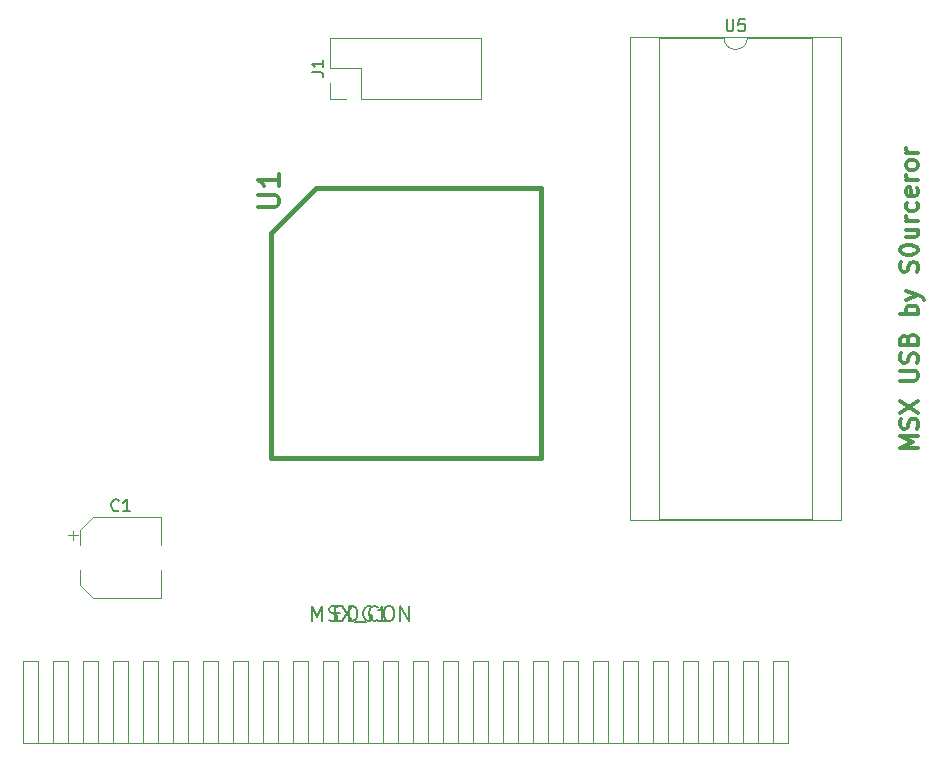
<source format=gbr>
G04 #@! TF.GenerationSoftware,KiCad,Pcbnew,(5.1.5-0-10_14)*
G04 #@! TF.CreationDate,2020-04-06T11:58:05+02:00*
G04 #@! TF.ProjectId,MSX USB Drive,4d535820-5553-4422-9044-726976652e6b,rev?*
G04 #@! TF.SameCoordinates,Original*
G04 #@! TF.FileFunction,Legend,Top*
G04 #@! TF.FilePolarity,Positive*
%FSLAX46Y46*%
G04 Gerber Fmt 4.6, Leading zero omitted, Abs format (unit mm)*
G04 Created by KiCad (PCBNEW (5.1.5-0-10_14)) date 2020-04-06 11:58:05*
%MOMM*%
%LPD*%
G04 APERTURE LIST*
%ADD10C,0.300000*%
%ADD11C,0.066040*%
%ADD12C,0.100000*%
%ADD13C,0.120000*%
%ADD14C,0.381000*%
%ADD15C,0.150000*%
%ADD16C,0.304800*%
G04 APERTURE END LIST*
D10*
X688510571Y687670857D02*
X687010571Y687670857D01*
X688082000Y688170857D01*
X687010571Y688670857D01*
X688510571Y688670857D01*
X688439142Y689313714D02*
X688510571Y689528000D01*
X688510571Y689885142D01*
X688439142Y690028000D01*
X688367714Y690099428D01*
X688224857Y690170857D01*
X688082000Y690170857D01*
X687939142Y690099428D01*
X687867714Y690028000D01*
X687796285Y689885142D01*
X687724857Y689599428D01*
X687653428Y689456571D01*
X687582000Y689385142D01*
X687439142Y689313714D01*
X687296285Y689313714D01*
X687153428Y689385142D01*
X687082000Y689456571D01*
X687010571Y689599428D01*
X687010571Y689956571D01*
X687082000Y690170857D01*
X687010571Y690670857D02*
X688510571Y691670857D01*
X687010571Y691670857D02*
X688510571Y690670857D01*
X687010571Y693385142D02*
X688224857Y693385142D01*
X688367714Y693456571D01*
X688439142Y693528000D01*
X688510571Y693670857D01*
X688510571Y693956571D01*
X688439142Y694099428D01*
X688367714Y694170857D01*
X688224857Y694242285D01*
X687010571Y694242285D01*
X688439142Y694885142D02*
X688510571Y695099428D01*
X688510571Y695456571D01*
X688439142Y695599428D01*
X688367714Y695670857D01*
X688224857Y695742285D01*
X688082000Y695742285D01*
X687939142Y695670857D01*
X687867714Y695599428D01*
X687796285Y695456571D01*
X687724857Y695170857D01*
X687653428Y695028000D01*
X687582000Y694956571D01*
X687439142Y694885142D01*
X687296285Y694885142D01*
X687153428Y694956571D01*
X687082000Y695028000D01*
X687010571Y695170857D01*
X687010571Y695528000D01*
X687082000Y695742285D01*
X687724857Y696885142D02*
X687796285Y697099428D01*
X687867714Y697170857D01*
X688010571Y697242285D01*
X688224857Y697242285D01*
X688367714Y697170857D01*
X688439142Y697099428D01*
X688510571Y696956571D01*
X688510571Y696385142D01*
X687010571Y696385142D01*
X687010571Y696885142D01*
X687082000Y697028000D01*
X687153428Y697099428D01*
X687296285Y697170857D01*
X687439142Y697170857D01*
X687582000Y697099428D01*
X687653428Y697028000D01*
X687724857Y696885142D01*
X687724857Y696385142D01*
X688510571Y699028000D02*
X687010571Y699028000D01*
X687582000Y699028000D02*
X687510571Y699170857D01*
X687510571Y699456571D01*
X687582000Y699599428D01*
X687653428Y699670857D01*
X687796285Y699742285D01*
X688224857Y699742285D01*
X688367714Y699670857D01*
X688439142Y699599428D01*
X688510571Y699456571D01*
X688510571Y699170857D01*
X688439142Y699028000D01*
X687510571Y700242285D02*
X688510571Y700599428D01*
X687510571Y700956571D02*
X688510571Y700599428D01*
X688867714Y700456571D01*
X688939142Y700385142D01*
X689010571Y700242285D01*
X688439142Y702599428D02*
X688510571Y702813714D01*
X688510571Y703170857D01*
X688439142Y703313714D01*
X688367714Y703385142D01*
X688224857Y703456571D01*
X688082000Y703456571D01*
X687939142Y703385142D01*
X687867714Y703313714D01*
X687796285Y703170857D01*
X687724857Y702885142D01*
X687653428Y702742285D01*
X687582000Y702670857D01*
X687439142Y702599428D01*
X687296285Y702599428D01*
X687153428Y702670857D01*
X687082000Y702742285D01*
X687010571Y702885142D01*
X687010571Y703242285D01*
X687082000Y703456571D01*
X687010571Y704385142D02*
X687010571Y704528000D01*
X687082000Y704670857D01*
X687153428Y704742285D01*
X687296285Y704813714D01*
X687582000Y704885142D01*
X687939142Y704885142D01*
X688224857Y704813714D01*
X688367714Y704742285D01*
X688439142Y704670857D01*
X688510571Y704528000D01*
X688510571Y704385142D01*
X688439142Y704242285D01*
X688367714Y704170857D01*
X688224857Y704099428D01*
X687939142Y704028000D01*
X687582000Y704028000D01*
X687296285Y704099428D01*
X687153428Y704170857D01*
X687082000Y704242285D01*
X687010571Y704385142D01*
X687510571Y706170857D02*
X688510571Y706170857D01*
X687510571Y705528000D02*
X688296285Y705528000D01*
X688439142Y705599428D01*
X688510571Y705742285D01*
X688510571Y705956571D01*
X688439142Y706099428D01*
X688367714Y706170857D01*
X688510571Y706885142D02*
X687510571Y706885142D01*
X687796285Y706885142D02*
X687653428Y706956571D01*
X687582000Y707028000D01*
X687510571Y707170857D01*
X687510571Y707313714D01*
X688439142Y708456571D02*
X688510571Y708313714D01*
X688510571Y708028000D01*
X688439142Y707885142D01*
X688367714Y707813714D01*
X688224857Y707742285D01*
X687796285Y707742285D01*
X687653428Y707813714D01*
X687582000Y707885142D01*
X687510571Y708028000D01*
X687510571Y708313714D01*
X687582000Y708456571D01*
X688439142Y709670857D02*
X688510571Y709528000D01*
X688510571Y709242285D01*
X688439142Y709099428D01*
X688296285Y709028000D01*
X687724857Y709028000D01*
X687582000Y709099428D01*
X687510571Y709242285D01*
X687510571Y709528000D01*
X687582000Y709670857D01*
X687724857Y709742285D01*
X687867714Y709742285D01*
X688010571Y709028000D01*
X688510571Y710385142D02*
X687510571Y710385142D01*
X687796285Y710385142D02*
X687653428Y710456571D01*
X687582000Y710528000D01*
X687510571Y710670857D01*
X687510571Y710813714D01*
X688510571Y711528000D02*
X688439142Y711385142D01*
X688367714Y711313714D01*
X688224857Y711242285D01*
X687796285Y711242285D01*
X687653428Y711313714D01*
X687582000Y711385142D01*
X687510571Y711528000D01*
X687510571Y711742285D01*
X687582000Y711885142D01*
X687653428Y711956571D01*
X687796285Y712028000D01*
X688224857Y712028000D01*
X688367714Y711956571D01*
X688439142Y711885142D01*
X688510571Y711742285D01*
X688510571Y711528000D01*
X688510571Y712670857D02*
X687510571Y712670857D01*
X687796285Y712670857D02*
X687653428Y712742285D01*
X687582000Y712813714D01*
X687510571Y712956571D01*
X687510571Y713099428D01*
D11*
X615315000Y662686000D02*
X616585000Y662686000D01*
X616585000Y662686000D02*
X616585000Y669671000D01*
X615315000Y669671000D02*
X616585000Y669671000D01*
X615315000Y662686000D02*
X615315000Y669671000D01*
X617855000Y662686000D02*
X619125000Y662686000D01*
X619125000Y662686000D02*
X619125000Y669671000D01*
X617855000Y669671000D02*
X619125000Y669671000D01*
X617855000Y662686000D02*
X617855000Y669671000D01*
X620395000Y662686000D02*
X621665000Y662686000D01*
X621665000Y662686000D02*
X621665000Y669671000D01*
X620395000Y669671000D02*
X621665000Y669671000D01*
X620395000Y662686000D02*
X620395000Y669671000D01*
X622935000Y662686000D02*
X624205000Y662686000D01*
X624205000Y662686000D02*
X624205000Y669671000D01*
X622935000Y669671000D02*
X624205000Y669671000D01*
X622935000Y662686000D02*
X622935000Y669671000D01*
X625475000Y662686000D02*
X626745000Y662686000D01*
X626745000Y662686000D02*
X626745000Y669671000D01*
X625475000Y669671000D02*
X626745000Y669671000D01*
X625475000Y662686000D02*
X625475000Y669671000D01*
X628015000Y662686000D02*
X629285000Y662686000D01*
X629285000Y662686000D02*
X629285000Y669671000D01*
X628015000Y669671000D02*
X629285000Y669671000D01*
X628015000Y662686000D02*
X628015000Y669671000D01*
X630555000Y662686000D02*
X631825000Y662686000D01*
X631825000Y662686000D02*
X631825000Y669671000D01*
X630555000Y669671000D02*
X631825000Y669671000D01*
X630555000Y662686000D02*
X630555000Y669671000D01*
X633095000Y662686000D02*
X634365000Y662686000D01*
X634365000Y662686000D02*
X634365000Y669671000D01*
X633095000Y669671000D02*
X634365000Y669671000D01*
X633095000Y662686000D02*
X633095000Y669671000D01*
X635635000Y662686000D02*
X636905000Y662686000D01*
X636905000Y662686000D02*
X636905000Y669671000D01*
X635635000Y669671000D02*
X636905000Y669671000D01*
X635635000Y662686000D02*
X635635000Y669671000D01*
X638175000Y662686000D02*
X639445000Y662686000D01*
X639445000Y662686000D02*
X639445000Y669671000D01*
X638175000Y669671000D02*
X639445000Y669671000D01*
X638175000Y662686000D02*
X638175000Y669671000D01*
X640715000Y662686000D02*
X641985000Y662686000D01*
X641985000Y662686000D02*
X641985000Y669671000D01*
X640715000Y669671000D02*
X641985000Y669671000D01*
X640715000Y662686000D02*
X640715000Y669671000D01*
X643255000Y662686000D02*
X644525000Y662686000D01*
X644525000Y662686000D02*
X644525000Y669671000D01*
X643255000Y669671000D02*
X644525000Y669671000D01*
X643255000Y662686000D02*
X643255000Y669671000D01*
X645795000Y662686000D02*
X647065000Y662686000D01*
X647065000Y662686000D02*
X647065000Y669671000D01*
X645795000Y669671000D02*
X647065000Y669671000D01*
X645795000Y662686000D02*
X645795000Y669671000D01*
X648335000Y662686000D02*
X649605000Y662686000D01*
X649605000Y662686000D02*
X649605000Y669671000D01*
X648335000Y669671000D02*
X649605000Y669671000D01*
X648335000Y662686000D02*
X648335000Y669671000D01*
X650875000Y662686000D02*
X652145000Y662686000D01*
X652145000Y662686000D02*
X652145000Y669671000D01*
X650875000Y669671000D02*
X652145000Y669671000D01*
X650875000Y662686000D02*
X650875000Y669671000D01*
X653415000Y662686000D02*
X654685000Y662686000D01*
X654685000Y662686000D02*
X654685000Y669671000D01*
X653415000Y669671000D02*
X654685000Y669671000D01*
X653415000Y662686000D02*
X653415000Y669671000D01*
X655955000Y662686000D02*
X657225000Y662686000D01*
X657225000Y662686000D02*
X657225000Y669671000D01*
X655955000Y669671000D02*
X657225000Y669671000D01*
X655955000Y662686000D02*
X655955000Y669671000D01*
X658495000Y662686000D02*
X659765000Y662686000D01*
X659765000Y662686000D02*
X659765000Y669671000D01*
X658495000Y669671000D02*
X659765000Y669671000D01*
X658495000Y662686000D02*
X658495000Y669671000D01*
X661035000Y662686000D02*
X662305000Y662686000D01*
X662305000Y662686000D02*
X662305000Y669671000D01*
X661035000Y669671000D02*
X662305000Y669671000D01*
X661035000Y662686000D02*
X661035000Y669671000D01*
X663575000Y662686000D02*
X664845000Y662686000D01*
X664845000Y662686000D02*
X664845000Y669671000D01*
X663575000Y669671000D02*
X664845000Y669671000D01*
X663575000Y662686000D02*
X663575000Y669671000D01*
X666115000Y662686000D02*
X667385000Y662686000D01*
X667385000Y662686000D02*
X667385000Y669671000D01*
X666115000Y669671000D02*
X667385000Y669671000D01*
X666115000Y662686000D02*
X666115000Y669671000D01*
X668655000Y662686000D02*
X669925000Y662686000D01*
X669925000Y662686000D02*
X669925000Y669671000D01*
X668655000Y669671000D02*
X669925000Y669671000D01*
X668655000Y662686000D02*
X668655000Y669671000D01*
X671195000Y662686000D02*
X672465000Y662686000D01*
X672465000Y662686000D02*
X672465000Y669671000D01*
X671195000Y669671000D02*
X672465000Y669671000D01*
X671195000Y662686000D02*
X671195000Y669671000D01*
X673735000Y662686000D02*
X675005000Y662686000D01*
X675005000Y662686000D02*
X675005000Y669671000D01*
X673735000Y669671000D02*
X675005000Y669671000D01*
X673735000Y662686000D02*
X673735000Y669671000D01*
X676275000Y662686000D02*
X677545000Y662686000D01*
X677545000Y662686000D02*
X677545000Y669671000D01*
X676275000Y669671000D02*
X677545000Y669671000D01*
X676275000Y662686000D02*
X676275000Y669671000D01*
X612775000Y662686000D02*
X614045000Y662686000D01*
X614045000Y662686000D02*
X614045000Y669671000D01*
X612775000Y669671000D02*
X614045000Y669671000D01*
X612775000Y662686000D02*
X612775000Y669671000D01*
X612775000Y662686000D02*
X614045000Y662686000D01*
X614045000Y662686000D02*
X614045000Y669671000D01*
X612775000Y669671000D02*
X614045000Y669671000D01*
X612775000Y662686000D02*
X612775000Y669671000D01*
X615315000Y662686000D02*
X616585000Y662686000D01*
X616585000Y662686000D02*
X616585000Y669671000D01*
X615315000Y669671000D02*
X616585000Y669671000D01*
X615315000Y662686000D02*
X615315000Y669671000D01*
X617855000Y662686000D02*
X619125000Y662686000D01*
X619125000Y662686000D02*
X619125000Y669671000D01*
X617855000Y669671000D02*
X619125000Y669671000D01*
X617855000Y662686000D02*
X617855000Y669671000D01*
X620395000Y662686000D02*
X621665000Y662686000D01*
X621665000Y662686000D02*
X621665000Y669671000D01*
X620395000Y669671000D02*
X621665000Y669671000D01*
X620395000Y662686000D02*
X620395000Y669671000D01*
X622935000Y662686000D02*
X624205000Y662686000D01*
X624205000Y662686000D02*
X624205000Y669671000D01*
X622935000Y669671000D02*
X624205000Y669671000D01*
X622935000Y662686000D02*
X622935000Y669671000D01*
X625475000Y662686000D02*
X626745000Y662686000D01*
X626745000Y662686000D02*
X626745000Y669671000D01*
X625475000Y669671000D02*
X626745000Y669671000D01*
X625475000Y662686000D02*
X625475000Y669671000D01*
X628015000Y662686000D02*
X629285000Y662686000D01*
X629285000Y662686000D02*
X629285000Y669671000D01*
X628015000Y669671000D02*
X629285000Y669671000D01*
X628015000Y662686000D02*
X628015000Y669671000D01*
X630555000Y662686000D02*
X631825000Y662686000D01*
X631825000Y662686000D02*
X631825000Y669671000D01*
X630555000Y669671000D02*
X631825000Y669671000D01*
X630555000Y662686000D02*
X630555000Y669671000D01*
X633095000Y662686000D02*
X634365000Y662686000D01*
X634365000Y662686000D02*
X634365000Y669671000D01*
X633095000Y669671000D02*
X634365000Y669671000D01*
X633095000Y662686000D02*
X633095000Y669671000D01*
X635635000Y662686000D02*
X636905000Y662686000D01*
X636905000Y662686000D02*
X636905000Y669671000D01*
X635635000Y669671000D02*
X636905000Y669671000D01*
X635635000Y662686000D02*
X635635000Y669671000D01*
X638175000Y662686000D02*
X639445000Y662686000D01*
X639445000Y662686000D02*
X639445000Y669671000D01*
X638175000Y669671000D02*
X639445000Y669671000D01*
X638175000Y662686000D02*
X638175000Y669671000D01*
X640715000Y662686000D02*
X641985000Y662686000D01*
X641985000Y662686000D02*
X641985000Y669671000D01*
X640715000Y669671000D02*
X641985000Y669671000D01*
X640715000Y662686000D02*
X640715000Y669671000D01*
X643255000Y662686000D02*
X644525000Y662686000D01*
X644525000Y662686000D02*
X644525000Y669671000D01*
X643255000Y669671000D02*
X644525000Y669671000D01*
X643255000Y662686000D02*
X643255000Y669671000D01*
X645795000Y662686000D02*
X647065000Y662686000D01*
X647065000Y662686000D02*
X647065000Y669671000D01*
X645795000Y669671000D02*
X647065000Y669671000D01*
X645795000Y662686000D02*
X645795000Y669671000D01*
X648335000Y662686000D02*
X649605000Y662686000D01*
X649605000Y662686000D02*
X649605000Y669671000D01*
X648335000Y669671000D02*
X649605000Y669671000D01*
X648335000Y662686000D02*
X648335000Y669671000D01*
X650875000Y662686000D02*
X652145000Y662686000D01*
X652145000Y662686000D02*
X652145000Y669671000D01*
X650875000Y669671000D02*
X652145000Y669671000D01*
X650875000Y662686000D02*
X650875000Y669671000D01*
X653415000Y662686000D02*
X654685000Y662686000D01*
X654685000Y662686000D02*
X654685000Y669671000D01*
X653415000Y669671000D02*
X654685000Y669671000D01*
X653415000Y662686000D02*
X653415000Y669671000D01*
X655955000Y662686000D02*
X657225000Y662686000D01*
X657225000Y662686000D02*
X657225000Y669671000D01*
X655955000Y669671000D02*
X657225000Y669671000D01*
X655955000Y662686000D02*
X655955000Y669671000D01*
X658495000Y662686000D02*
X659765000Y662686000D01*
X659765000Y662686000D02*
X659765000Y669671000D01*
X658495000Y669671000D02*
X659765000Y669671000D01*
X658495000Y662686000D02*
X658495000Y669671000D01*
X661035000Y662686000D02*
X662305000Y662686000D01*
X662305000Y662686000D02*
X662305000Y669671000D01*
X661035000Y669671000D02*
X662305000Y669671000D01*
X661035000Y662686000D02*
X661035000Y669671000D01*
X663575000Y662686000D02*
X664845000Y662686000D01*
X664845000Y662686000D02*
X664845000Y669671000D01*
X663575000Y669671000D02*
X664845000Y669671000D01*
X663575000Y662686000D02*
X663575000Y669671000D01*
X666115000Y662686000D02*
X667385000Y662686000D01*
X667385000Y662686000D02*
X667385000Y669671000D01*
X666115000Y669671000D02*
X667385000Y669671000D01*
X666115000Y662686000D02*
X666115000Y669671000D01*
X668655000Y662686000D02*
X669925000Y662686000D01*
X669925000Y662686000D02*
X669925000Y669671000D01*
X668655000Y669671000D02*
X669925000Y669671000D01*
X668655000Y662686000D02*
X668655000Y669671000D01*
X671195000Y662686000D02*
X672465000Y662686000D01*
X672465000Y662686000D02*
X672465000Y669671000D01*
X671195000Y669671000D02*
X672465000Y669671000D01*
X671195000Y662686000D02*
X671195000Y669671000D01*
X673735000Y662686000D02*
X675005000Y662686000D01*
X675005000Y662686000D02*
X675005000Y669671000D01*
X673735000Y669671000D02*
X675005000Y669671000D01*
X673735000Y662686000D02*
X673735000Y669671000D01*
X676275000Y662686000D02*
X677545000Y662686000D01*
X677545000Y662686000D02*
X677545000Y669671000D01*
X676275000Y669671000D02*
X677545000Y669671000D01*
X676275000Y662686000D02*
X676275000Y669671000D01*
D12*
X612775000Y662686000D02*
X677545000Y662686000D01*
D13*
X674100000Y722436000D02*
G75*
G02X672100000Y722436000I-1000000J0D01*
G01*
X672100000Y722436000D02*
X666640000Y722436000D01*
X666640000Y722436000D02*
X666640000Y681676000D01*
X666640000Y681676000D02*
X679560000Y681676000D01*
X679560000Y681676000D02*
X679560000Y722436000D01*
X679560000Y722436000D02*
X674100000Y722436000D01*
X664150000Y722496000D02*
X664150000Y681616000D01*
X664150000Y681616000D02*
X682050000Y681616000D01*
X682050000Y681616000D02*
X682050000Y722496000D01*
X682050000Y722496000D02*
X664150000Y722496000D01*
X624440000Y675024000D02*
X624440000Y677374000D01*
X624440000Y681844000D02*
X624440000Y679494000D01*
X618684437Y681844000D02*
X624440000Y681844000D01*
X618684437Y675024000D02*
X624440000Y675024000D01*
X617620000Y676088437D02*
X617620000Y677374000D01*
X617620000Y680779563D02*
X617620000Y679494000D01*
X617620000Y680779563D02*
X618684437Y681844000D01*
X617620000Y676088437D02*
X618684437Y675024000D01*
X616592500Y680281500D02*
X617380000Y680281500D01*
X616986250Y680675250D02*
X616986250Y679887750D01*
X651570000Y717236000D02*
X651570000Y722436000D01*
X641350000Y717236000D02*
X651570000Y717236000D01*
X638750000Y722436000D02*
X651570000Y722436000D01*
X641350000Y717236000D02*
X641350000Y719836000D01*
X641350000Y719836000D02*
X638750000Y719836000D01*
X638750000Y719836000D02*
X638750000Y722436000D01*
X640080000Y717236000D02*
X638750000Y717236000D01*
X638750000Y717236000D02*
X638750000Y718566000D01*
D14*
X656590000Y709676000D02*
X637540000Y709676000D01*
X656590000Y686816000D02*
X656590000Y709676000D01*
X633730000Y686816000D02*
X656590000Y686816000D01*
X633730000Y705866000D02*
X633730000Y686816000D01*
X637540000Y709676000D02*
X633730000Y705866000D01*
D15*
X639203095Y673698714D02*
X639626428Y673698714D01*
X639807857Y673033476D02*
X639203095Y673033476D01*
X639203095Y674303476D01*
X639807857Y674303476D01*
X640352142Y673033476D02*
X640352142Y674303476D01*
X640654523Y674303476D01*
X640835952Y674243000D01*
X640956904Y674122047D01*
X641017380Y674001095D01*
X641077857Y673759190D01*
X641077857Y673577761D01*
X641017380Y673335857D01*
X640956904Y673214904D01*
X640835952Y673093952D01*
X640654523Y673033476D01*
X640352142Y673033476D01*
X642287380Y674243000D02*
X642166428Y674303476D01*
X641985000Y674303476D01*
X641803571Y674243000D01*
X641682619Y674122047D01*
X641622142Y674001095D01*
X641561666Y673759190D01*
X641561666Y673577761D01*
X641622142Y673335857D01*
X641682619Y673214904D01*
X641803571Y673093952D01*
X641985000Y673033476D01*
X642105952Y673033476D01*
X642287380Y673093952D01*
X642347857Y673154428D01*
X642347857Y673577761D01*
X642105952Y673577761D01*
X643557380Y673033476D02*
X642831666Y673033476D01*
X643194523Y673033476D02*
X643194523Y674303476D01*
X643073571Y674122047D01*
X642952619Y674001095D01*
X642831666Y673940619D01*
X637267857Y673033476D02*
X637267857Y674303476D01*
X637691190Y673396333D01*
X638114523Y674303476D01*
X638114523Y673033476D01*
X638658809Y673093952D02*
X638840238Y673033476D01*
X639142619Y673033476D01*
X639263571Y673093952D01*
X639324047Y673154428D01*
X639384523Y673275380D01*
X639384523Y673396333D01*
X639324047Y673517285D01*
X639263571Y673577761D01*
X639142619Y673638238D01*
X638900714Y673698714D01*
X638779761Y673759190D01*
X638719285Y673819666D01*
X638658809Y673940619D01*
X638658809Y674061571D01*
X638719285Y674182523D01*
X638779761Y674243000D01*
X638900714Y674303476D01*
X639203095Y674303476D01*
X639384523Y674243000D01*
X639807857Y674303476D02*
X640654523Y673033476D01*
X640654523Y674303476D02*
X639807857Y673033476D01*
X640835952Y672912523D02*
X641803571Y672912523D01*
X642831666Y673154428D02*
X642771190Y673093952D01*
X642589761Y673033476D01*
X642468809Y673033476D01*
X642287380Y673093952D01*
X642166428Y673214904D01*
X642105952Y673335857D01*
X642045476Y673577761D01*
X642045476Y673759190D01*
X642105952Y674001095D01*
X642166428Y674122047D01*
X642287380Y674243000D01*
X642468809Y674303476D01*
X642589761Y674303476D01*
X642771190Y674243000D01*
X642831666Y674182523D01*
X643617857Y674303476D02*
X643859761Y674303476D01*
X643980714Y674243000D01*
X644101666Y674122047D01*
X644162142Y673880142D01*
X644162142Y673456809D01*
X644101666Y673214904D01*
X643980714Y673093952D01*
X643859761Y673033476D01*
X643617857Y673033476D01*
X643496904Y673093952D01*
X643375952Y673214904D01*
X643315476Y673456809D01*
X643315476Y673880142D01*
X643375952Y674122047D01*
X643496904Y674243000D01*
X643617857Y674303476D01*
X644706428Y673033476D02*
X644706428Y674303476D01*
X645432142Y673033476D01*
X645432142Y674303476D01*
X672338095Y723983619D02*
X672338095Y723174095D01*
X672385714Y723078857D01*
X672433333Y723031238D01*
X672528571Y722983619D01*
X672719047Y722983619D01*
X672814285Y723031238D01*
X672861904Y723078857D01*
X672909523Y723174095D01*
X672909523Y723983619D01*
X673861904Y723983619D02*
X673385714Y723983619D01*
X673338095Y723507428D01*
X673385714Y723555047D01*
X673480952Y723602666D01*
X673719047Y723602666D01*
X673814285Y723555047D01*
X673861904Y723507428D01*
X673909523Y723412190D01*
X673909523Y723174095D01*
X673861904Y723078857D01*
X673814285Y723031238D01*
X673719047Y722983619D01*
X673480952Y722983619D01*
X673385714Y723031238D01*
X673338095Y723078857D01*
X620863333Y682426857D02*
X620815714Y682379238D01*
X620672857Y682331619D01*
X620577619Y682331619D01*
X620434761Y682379238D01*
X620339523Y682474476D01*
X620291904Y682569714D01*
X620244285Y682760190D01*
X620244285Y682903047D01*
X620291904Y683093523D01*
X620339523Y683188761D01*
X620434761Y683284000D01*
X620577619Y683331619D01*
X620672857Y683331619D01*
X620815714Y683284000D01*
X620863333Y683236380D01*
X621815714Y682331619D02*
X621244285Y682331619D01*
X621530000Y682331619D02*
X621530000Y683331619D01*
X621434761Y683188761D01*
X621339523Y683093523D01*
X621244285Y683045904D01*
X637202380Y719502666D02*
X637916666Y719502666D01*
X638059523Y719455047D01*
X638154761Y719359809D01*
X638202380Y719216952D01*
X638202380Y719121714D01*
X638202380Y720502666D02*
X638202380Y719931238D01*
X638202380Y720216952D02*
X637202380Y720216952D01*
X637345238Y720121714D01*
X637440476Y720026476D01*
X637488095Y719931238D01*
D16*
X632629333Y708067333D02*
X634068666Y708067333D01*
X634238000Y708152000D01*
X634322666Y708236666D01*
X634407333Y708406000D01*
X634407333Y708744666D01*
X634322666Y708914000D01*
X634238000Y708998666D01*
X634068666Y709083333D01*
X632629333Y709083333D01*
X634407333Y710861333D02*
X634407333Y709845333D01*
X634407333Y710353333D02*
X632629333Y710353333D01*
X632883333Y710184000D01*
X633052666Y710014666D01*
X633137333Y709845333D01*
M02*

</source>
